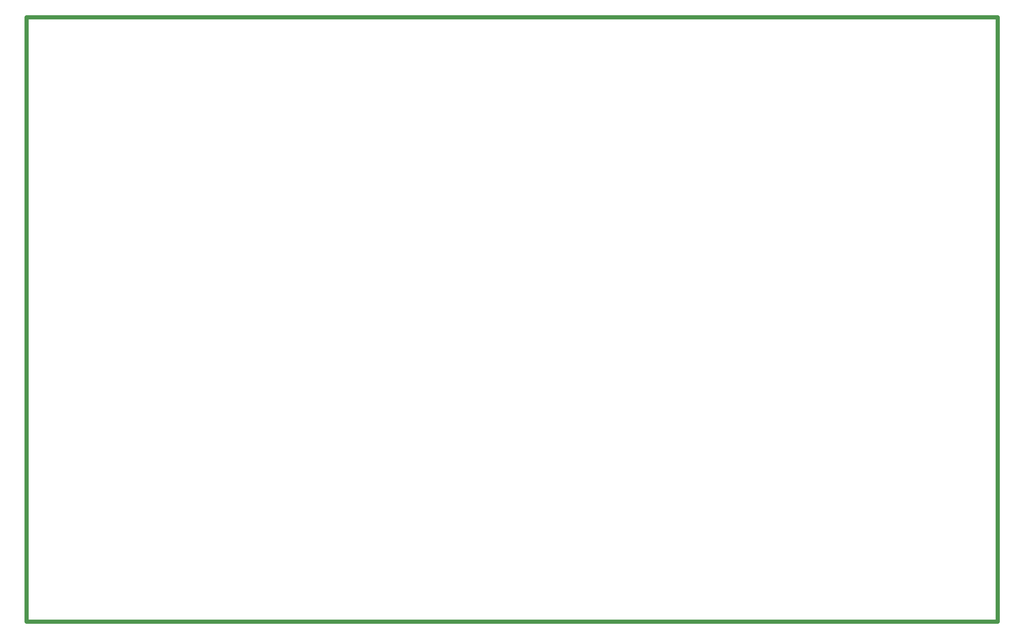
<source format=gko>
G04 Layer_Color=16711935*
%FSLAX25Y25*%
%MOIN*%
G70*
G01*
G75*
%ADD10C,0.04724*%
D10*
X100000Y450500D02*
Y1125500D01*
X1184000D01*
Y450500D02*
Y1125500D01*
X100000Y450500D02*
X1184000D01*
M02*

</source>
